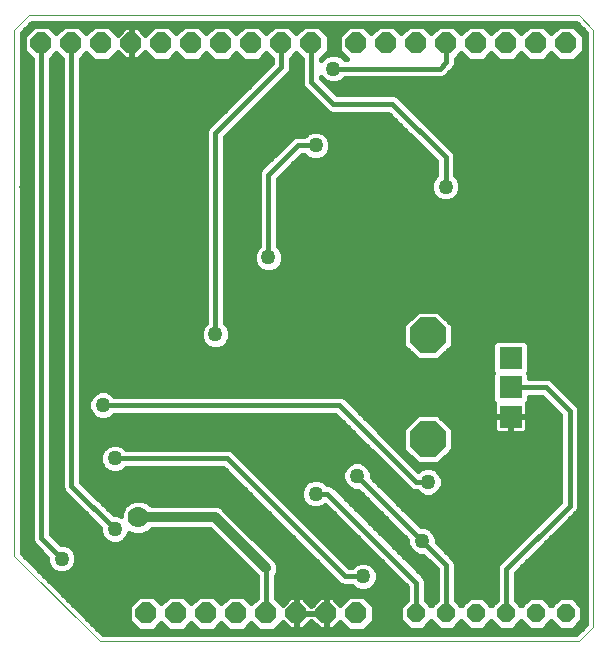
<source format=gbl>
G75*
%MOIN*%
%OFA0B0*%
%FSLAX25Y25*%
%IPPOS*%
%LPD*%
%AMOC8*
5,1,8,0,0,1.08239X$1,22.5*
%
%ADD10C,0.00004*%
%ADD11R,0.07400X0.07400*%
%ADD12OC8,0.11811*%
%ADD13OC8,0.07000*%
%ADD14OC8,0.06000*%
%ADD15C,0.01600*%
%ADD16C,0.05000*%
%ADD17C,0.04528*%
%ADD18C,0.03200*%
%ADD19C,0.07000*%
D10*
X0008874Y0037220D02*
X0037220Y0008874D01*
X0197063Y0008874D01*
X0201787Y0013598D01*
X0201787Y0212811D01*
X0197063Y0217535D01*
X0013598Y0217535D01*
X0008874Y0212811D01*
X0008874Y0037220D01*
D11*
X0174228Y0083677D03*
X0174228Y0093520D03*
X0174228Y0103362D03*
D12*
X0146669Y0110843D03*
X0146669Y0076197D03*
D13*
X0122811Y0018205D03*
X0112811Y0018205D03*
X0102811Y0018205D03*
X0092811Y0018205D03*
X0082811Y0018205D03*
X0072811Y0018205D03*
X0062811Y0018205D03*
X0052811Y0018205D03*
X0047850Y0208205D03*
X0037850Y0208205D03*
X0027850Y0208205D03*
X0017850Y0208205D03*
X0057850Y0208205D03*
X0067850Y0208205D03*
X0077850Y0208205D03*
X0087850Y0208205D03*
X0097850Y0208205D03*
X0107850Y0208205D03*
X0122850Y0208205D03*
X0132850Y0208205D03*
X0142850Y0208205D03*
X0152850Y0208205D03*
X0162850Y0208205D03*
X0172850Y0208205D03*
X0182850Y0208205D03*
X0192850Y0208205D03*
D14*
X0192811Y0018205D03*
X0182811Y0018205D03*
X0172811Y0018205D03*
X0162811Y0018205D03*
X0152811Y0018205D03*
X0142811Y0018205D03*
D15*
X0089631Y0024327D02*
X0025164Y0024327D01*
X0026762Y0022729D02*
X0048991Y0022729D01*
X0050367Y0024105D02*
X0046911Y0020649D01*
X0046911Y0015761D01*
X0050367Y0012305D01*
X0055255Y0012305D01*
X0057811Y0014861D01*
X0060367Y0012305D01*
X0065255Y0012305D01*
X0067811Y0014861D01*
X0070367Y0012305D01*
X0075255Y0012305D01*
X0077811Y0014861D01*
X0080367Y0012305D01*
X0085255Y0012305D01*
X0087811Y0014861D01*
X0090367Y0012305D01*
X0095255Y0012305D01*
X0098235Y0015285D01*
X0100616Y0012905D01*
X0102611Y0012905D01*
X0102611Y0018005D01*
X0103011Y0018005D01*
X0103011Y0018405D01*
X0102611Y0018405D01*
X0102611Y0023505D01*
X0100616Y0023505D01*
X0098235Y0021124D01*
X0096031Y0023329D01*
X0096031Y0030728D01*
X0096222Y0030919D01*
X0096831Y0032389D01*
X0096831Y0033981D01*
X0096222Y0035451D01*
X0079194Y0052478D01*
X0078069Y0053604D01*
X0076599Y0054213D01*
X0054556Y0054213D01*
X0053555Y0055214D01*
X0051386Y0056113D01*
X0049039Y0056113D01*
X0046871Y0055214D01*
X0045211Y0053555D01*
X0044313Y0051386D01*
X0044313Y0050762D01*
X0043313Y0051176D01*
X0041964Y0051176D01*
X0031050Y0062089D01*
X0031050Y0203061D01*
X0032850Y0204861D01*
X0035407Y0202305D01*
X0040294Y0202305D01*
X0043275Y0205285D01*
X0045655Y0202905D01*
X0047650Y0202905D01*
X0047650Y0208005D01*
X0048050Y0208005D01*
X0048050Y0202905D01*
X0050046Y0202905D01*
X0052426Y0205285D01*
X0055407Y0202305D01*
X0060294Y0202305D01*
X0062850Y0204861D01*
X0065407Y0202305D01*
X0070294Y0202305D01*
X0072850Y0204861D01*
X0075407Y0202305D01*
X0080294Y0202305D01*
X0082850Y0204861D01*
X0085407Y0202305D01*
X0090294Y0202305D01*
X0092850Y0204861D01*
X0094650Y0203061D01*
X0094650Y0201538D01*
X0073990Y0180878D01*
X0073090Y0179978D01*
X0072603Y0178802D01*
X0072603Y0114966D01*
X0071649Y0114012D01*
X0070903Y0112211D01*
X0070903Y0110262D01*
X0071649Y0108461D01*
X0073028Y0107082D01*
X0074828Y0106336D01*
X0076778Y0106336D01*
X0078579Y0107082D01*
X0079957Y0108461D01*
X0080703Y0110262D01*
X0080703Y0112211D01*
X0079957Y0114012D01*
X0079003Y0114966D01*
X0079003Y0176840D01*
X0099663Y0197500D01*
X0100563Y0198400D01*
X0101050Y0199576D01*
X0101050Y0203061D01*
X0102850Y0204861D01*
X0104650Y0203061D01*
X0104650Y0196034D01*
X0104631Y0195987D01*
X0104631Y0194714D01*
X0105118Y0193538D01*
X0106018Y0192638D01*
X0112460Y0186195D01*
X0113361Y0185295D01*
X0114537Y0184808D01*
X0133533Y0184808D01*
X0149375Y0168966D01*
X0149375Y0164178D01*
X0148421Y0163224D01*
X0147675Y0161423D01*
X0147675Y0159474D01*
X0148421Y0157673D01*
X0149799Y0156295D01*
X0151600Y0155549D01*
X0153549Y0155549D01*
X0155350Y0156295D01*
X0156729Y0157673D01*
X0157475Y0159474D01*
X0157475Y0161423D01*
X0156729Y0163224D01*
X0155775Y0164178D01*
X0155775Y0170928D01*
X0155288Y0172104D01*
X0136671Y0190721D01*
X0135495Y0191208D01*
X0116499Y0191208D01*
X0111050Y0196656D01*
X0111050Y0197012D01*
X0112398Y0195665D01*
X0114199Y0194919D01*
X0116148Y0194919D01*
X0117949Y0195665D01*
X0118903Y0196619D01*
X0151243Y0196619D01*
X0152419Y0197106D01*
X0153319Y0198006D01*
X0155563Y0200250D01*
X0156050Y0201426D01*
X0156050Y0203061D01*
X0157850Y0204861D01*
X0160407Y0202305D01*
X0165294Y0202305D01*
X0167850Y0204861D01*
X0170407Y0202305D01*
X0175294Y0202305D01*
X0177850Y0204861D01*
X0180407Y0202305D01*
X0185294Y0202305D01*
X0187850Y0204861D01*
X0190407Y0202305D01*
X0195294Y0202305D01*
X0198750Y0205761D01*
X0198750Y0210649D01*
X0195294Y0214105D01*
X0190407Y0214105D01*
X0187850Y0211549D01*
X0185294Y0214105D01*
X0180407Y0214105D01*
X0177850Y0211549D01*
X0175294Y0214105D01*
X0170407Y0214105D01*
X0167850Y0211549D01*
X0165294Y0214105D01*
X0160407Y0214105D01*
X0157850Y0211549D01*
X0155294Y0214105D01*
X0150407Y0214105D01*
X0147850Y0211549D01*
X0145294Y0214105D01*
X0140407Y0214105D01*
X0137850Y0211549D01*
X0135294Y0214105D01*
X0130407Y0214105D01*
X0127850Y0211549D01*
X0125294Y0214105D01*
X0120407Y0214105D01*
X0116950Y0210649D01*
X0116950Y0205761D01*
X0119692Y0203019D01*
X0118903Y0203019D01*
X0117949Y0203973D01*
X0116148Y0204719D01*
X0114199Y0204719D01*
X0112398Y0203973D01*
X0111050Y0202626D01*
X0111050Y0203061D01*
X0113750Y0205761D01*
X0113750Y0210649D01*
X0110294Y0214105D01*
X0105407Y0214105D01*
X0102850Y0211549D01*
X0100294Y0214105D01*
X0095407Y0214105D01*
X0092850Y0211549D01*
X0090294Y0214105D01*
X0085407Y0214105D01*
X0082850Y0211549D01*
X0080294Y0214105D01*
X0075407Y0214105D01*
X0072850Y0211549D01*
X0070294Y0214105D01*
X0065407Y0214105D01*
X0062850Y0211549D01*
X0060294Y0214105D01*
X0055407Y0214105D01*
X0052426Y0211124D01*
X0050046Y0213505D01*
X0048050Y0213505D01*
X0048050Y0208405D01*
X0047650Y0208405D01*
X0047650Y0213505D01*
X0045655Y0213505D01*
X0043275Y0211124D01*
X0040294Y0214105D01*
X0035407Y0214105D01*
X0032850Y0211549D01*
X0030294Y0214105D01*
X0025407Y0214105D01*
X0022850Y0211549D01*
X0020294Y0214105D01*
X0015407Y0214105D01*
X0011950Y0210649D01*
X0011950Y0205761D01*
X0014650Y0203061D01*
X0014650Y0043908D01*
X0014631Y0043861D01*
X0014631Y0042588D01*
X0015118Y0041412D01*
X0016018Y0040512D01*
X0019722Y0036808D01*
X0019722Y0035458D01*
X0020468Y0033657D01*
X0021846Y0032279D01*
X0023647Y0031533D01*
X0025597Y0031533D01*
X0027398Y0032279D01*
X0028776Y0033657D01*
X0029522Y0035458D01*
X0029522Y0037408D01*
X0028776Y0039209D01*
X0027398Y0040587D01*
X0025597Y0041333D01*
X0024248Y0041333D01*
X0021050Y0044530D01*
X0021050Y0203061D01*
X0022850Y0204861D01*
X0024650Y0203061D01*
X0024650Y0061467D01*
X0024631Y0061420D01*
X0024631Y0060147D01*
X0025118Y0058971D01*
X0026018Y0058071D01*
X0037439Y0046650D01*
X0037439Y0045301D01*
X0038185Y0043500D01*
X0039563Y0042122D01*
X0041364Y0041376D01*
X0043313Y0041376D01*
X0045114Y0042122D01*
X0046493Y0043500D01*
X0047153Y0045094D01*
X0049039Y0044313D01*
X0051386Y0044313D01*
X0053555Y0045211D01*
X0054556Y0046213D01*
X0074146Y0046213D01*
X0089631Y0030728D01*
X0089631Y0023368D01*
X0087811Y0021549D01*
X0085255Y0024105D01*
X0080367Y0024105D01*
X0077811Y0021549D01*
X0075255Y0024105D01*
X0070367Y0024105D01*
X0067811Y0021549D01*
X0065255Y0024105D01*
X0060367Y0024105D01*
X0057811Y0021549D01*
X0055255Y0024105D01*
X0050367Y0024105D01*
X0047393Y0021130D02*
X0028361Y0021130D01*
X0029959Y0019532D02*
X0046911Y0019532D01*
X0046911Y0017933D02*
X0031558Y0017933D01*
X0033156Y0016335D02*
X0046911Y0016335D01*
X0047935Y0014736D02*
X0034755Y0014736D01*
X0036353Y0013138D02*
X0049534Y0013138D01*
X0056088Y0013138D02*
X0059534Y0013138D01*
X0057935Y0014736D02*
X0057687Y0014736D01*
X0056631Y0022729D02*
X0058991Y0022729D01*
X0066631Y0022729D02*
X0068991Y0022729D01*
X0076631Y0022729D02*
X0078991Y0022729D01*
X0086631Y0022729D02*
X0088991Y0022729D01*
X0089631Y0025926D02*
X0023565Y0025926D01*
X0021967Y0027525D02*
X0089631Y0027525D01*
X0089631Y0029123D02*
X0020368Y0029123D01*
X0018770Y0030722D02*
X0089631Y0030722D01*
X0088039Y0032320D02*
X0027439Y0032320D01*
X0028884Y0033919D02*
X0086440Y0033919D01*
X0084842Y0035517D02*
X0029522Y0035517D01*
X0029522Y0037116D02*
X0083243Y0037116D01*
X0081645Y0038714D02*
X0028981Y0038714D01*
X0027672Y0040313D02*
X0080046Y0040313D01*
X0078448Y0041911D02*
X0044606Y0041911D01*
X0046497Y0043510D02*
X0076849Y0043510D01*
X0075251Y0045108D02*
X0053307Y0045108D01*
X0044361Y0051502D02*
X0041637Y0051502D01*
X0040039Y0053101D02*
X0045023Y0053101D01*
X0046355Y0054699D02*
X0038440Y0054699D01*
X0036842Y0056298D02*
X0088815Y0056298D01*
X0090413Y0054699D02*
X0054070Y0054699D01*
X0045114Y0065744D02*
X0046068Y0066698D01*
X0078415Y0066698D01*
X0116397Y0028715D01*
X0117298Y0027815D01*
X0118474Y0027328D01*
X0121286Y0027328D01*
X0122240Y0026374D01*
X0124041Y0025628D01*
X0125990Y0025628D01*
X0127791Y0026374D01*
X0129170Y0027752D01*
X0129916Y0029553D01*
X0129916Y0031502D01*
X0129170Y0033303D01*
X0127791Y0034682D01*
X0125990Y0035428D01*
X0124041Y0035428D01*
X0122240Y0034682D01*
X0121286Y0033728D01*
X0120436Y0033728D01*
X0082453Y0071710D01*
X0081553Y0072610D01*
X0080377Y0073098D01*
X0046068Y0073098D01*
X0045114Y0074052D01*
X0043313Y0074798D01*
X0041364Y0074798D01*
X0039563Y0074052D01*
X0038185Y0072673D01*
X0037439Y0070872D01*
X0037439Y0068923D01*
X0038185Y0067122D01*
X0039563Y0065744D01*
X0041364Y0064998D01*
X0043313Y0064998D01*
X0045114Y0065744D01*
X0045259Y0065889D02*
X0079224Y0065889D01*
X0080822Y0064290D02*
X0031050Y0064290D01*
X0031050Y0062692D02*
X0082421Y0062692D01*
X0084019Y0061093D02*
X0032046Y0061093D01*
X0033645Y0059495D02*
X0085618Y0059495D01*
X0087216Y0057896D02*
X0035243Y0057896D01*
X0030988Y0053101D02*
X0021050Y0053101D01*
X0021050Y0054699D02*
X0029389Y0054699D01*
X0027791Y0056298D02*
X0021050Y0056298D01*
X0021050Y0057896D02*
X0026192Y0057896D01*
X0026018Y0058071D02*
X0026018Y0058071D01*
X0024901Y0059495D02*
X0021050Y0059495D01*
X0021050Y0061093D02*
X0024631Y0061093D01*
X0024650Y0062692D02*
X0021050Y0062692D01*
X0021050Y0064290D02*
X0024650Y0064290D01*
X0024650Y0065889D02*
X0021050Y0065889D01*
X0021050Y0067487D02*
X0024650Y0067487D01*
X0024650Y0069086D02*
X0021050Y0069086D01*
X0021050Y0070684D02*
X0024650Y0070684D01*
X0024650Y0072283D02*
X0021050Y0072283D01*
X0021050Y0073881D02*
X0024650Y0073881D01*
X0024650Y0075480D02*
X0021050Y0075480D01*
X0021050Y0077078D02*
X0024650Y0077078D01*
X0024650Y0078677D02*
X0021050Y0078677D01*
X0021050Y0080275D02*
X0024650Y0080275D01*
X0024650Y0081874D02*
X0021050Y0081874D01*
X0021050Y0083472D02*
X0024650Y0083472D01*
X0024650Y0085071D02*
X0021050Y0085071D01*
X0021050Y0086669D02*
X0024650Y0086669D01*
X0024650Y0088268D02*
X0021050Y0088268D01*
X0021050Y0089866D02*
X0024650Y0089866D01*
X0024650Y0091465D02*
X0021050Y0091465D01*
X0021050Y0093063D02*
X0024650Y0093063D01*
X0024650Y0094662D02*
X0021050Y0094662D01*
X0021050Y0096260D02*
X0024650Y0096260D01*
X0024650Y0097859D02*
X0021050Y0097859D01*
X0021050Y0099458D02*
X0024650Y0099458D01*
X0024650Y0101056D02*
X0021050Y0101056D01*
X0021050Y0102655D02*
X0024650Y0102655D01*
X0024650Y0104253D02*
X0021050Y0104253D01*
X0021050Y0105852D02*
X0024650Y0105852D01*
X0024650Y0107450D02*
X0021050Y0107450D01*
X0021050Y0109049D02*
X0024650Y0109049D01*
X0024650Y0110647D02*
X0021050Y0110647D01*
X0021050Y0112246D02*
X0024650Y0112246D01*
X0024650Y0113844D02*
X0021050Y0113844D01*
X0021050Y0115443D02*
X0024650Y0115443D01*
X0024650Y0117041D02*
X0021050Y0117041D01*
X0021050Y0118640D02*
X0024650Y0118640D01*
X0024650Y0120238D02*
X0021050Y0120238D01*
X0021050Y0121837D02*
X0024650Y0121837D01*
X0024650Y0123435D02*
X0021050Y0123435D01*
X0021050Y0125034D02*
X0024650Y0125034D01*
X0024650Y0126632D02*
X0021050Y0126632D01*
X0021050Y0128231D02*
X0024650Y0128231D01*
X0024650Y0129829D02*
X0021050Y0129829D01*
X0021050Y0131428D02*
X0024650Y0131428D01*
X0024650Y0133026D02*
X0021050Y0133026D01*
X0021050Y0134625D02*
X0024650Y0134625D01*
X0024650Y0136223D02*
X0021050Y0136223D01*
X0021050Y0137822D02*
X0024650Y0137822D01*
X0024650Y0139420D02*
X0021050Y0139420D01*
X0021050Y0141019D02*
X0024650Y0141019D01*
X0024650Y0142617D02*
X0021050Y0142617D01*
X0021050Y0144216D02*
X0024650Y0144216D01*
X0024650Y0145814D02*
X0021050Y0145814D01*
X0021050Y0147413D02*
X0024650Y0147413D01*
X0024650Y0149011D02*
X0021050Y0149011D01*
X0021050Y0150610D02*
X0024650Y0150610D01*
X0024650Y0152208D02*
X0021050Y0152208D01*
X0021050Y0153807D02*
X0024650Y0153807D01*
X0024650Y0155405D02*
X0021050Y0155405D01*
X0021050Y0157004D02*
X0024650Y0157004D01*
X0024650Y0158602D02*
X0021050Y0158602D01*
X0021050Y0160201D02*
X0024650Y0160201D01*
X0024650Y0161799D02*
X0021050Y0161799D01*
X0021050Y0163398D02*
X0024650Y0163398D01*
X0024650Y0164996D02*
X0021050Y0164996D01*
X0021050Y0166595D02*
X0024650Y0166595D01*
X0024650Y0168194D02*
X0021050Y0168194D01*
X0021050Y0169792D02*
X0024650Y0169792D01*
X0024650Y0171391D02*
X0021050Y0171391D01*
X0021050Y0172989D02*
X0024650Y0172989D01*
X0024650Y0174588D02*
X0021050Y0174588D01*
X0021050Y0176186D02*
X0024650Y0176186D01*
X0024650Y0177785D02*
X0021050Y0177785D01*
X0021050Y0179383D02*
X0024650Y0179383D01*
X0024650Y0180982D02*
X0021050Y0180982D01*
X0021050Y0182580D02*
X0024650Y0182580D01*
X0024650Y0184179D02*
X0021050Y0184179D01*
X0021050Y0185777D02*
X0024650Y0185777D01*
X0024650Y0187376D02*
X0021050Y0187376D01*
X0021050Y0188974D02*
X0024650Y0188974D01*
X0024650Y0190573D02*
X0021050Y0190573D01*
X0021050Y0192171D02*
X0024650Y0192171D01*
X0024650Y0193770D02*
X0021050Y0193770D01*
X0021050Y0195368D02*
X0024650Y0195368D01*
X0024650Y0196967D02*
X0021050Y0196967D01*
X0021050Y0198565D02*
X0024650Y0198565D01*
X0024650Y0200164D02*
X0021050Y0200164D01*
X0021050Y0201762D02*
X0024650Y0201762D01*
X0024351Y0203361D02*
X0021350Y0203361D01*
X0017850Y0208205D02*
X0017850Y0043244D01*
X0017831Y0043224D01*
X0024622Y0036433D01*
X0020360Y0033919D02*
X0015573Y0033919D01*
X0013974Y0035517D02*
X0019722Y0035517D01*
X0019414Y0037116D02*
X0012376Y0037116D01*
X0011276Y0038215D02*
X0011276Y0211816D01*
X0014593Y0215133D01*
X0196068Y0215133D01*
X0199385Y0211816D01*
X0199385Y0014593D01*
X0196068Y0011276D01*
X0038215Y0011276D01*
X0011276Y0038215D01*
X0011276Y0038714D02*
X0017816Y0038714D01*
X0016217Y0040313D02*
X0011276Y0040313D01*
X0011276Y0041911D02*
X0014911Y0041911D01*
X0014631Y0043510D02*
X0011276Y0043510D01*
X0011276Y0045108D02*
X0014650Y0045108D01*
X0014650Y0046707D02*
X0011276Y0046707D01*
X0011276Y0048305D02*
X0014650Y0048305D01*
X0014650Y0049904D02*
X0011276Y0049904D01*
X0011276Y0051502D02*
X0014650Y0051502D01*
X0014650Y0053101D02*
X0011276Y0053101D01*
X0011276Y0054699D02*
X0014650Y0054699D01*
X0014650Y0056298D02*
X0011276Y0056298D01*
X0011276Y0057896D02*
X0014650Y0057896D01*
X0014650Y0059495D02*
X0011276Y0059495D01*
X0011276Y0061093D02*
X0014650Y0061093D01*
X0014650Y0062692D02*
X0011276Y0062692D01*
X0011276Y0064290D02*
X0014650Y0064290D01*
X0014650Y0065889D02*
X0011276Y0065889D01*
X0011276Y0067487D02*
X0014650Y0067487D01*
X0014650Y0069086D02*
X0011276Y0069086D01*
X0011276Y0070684D02*
X0014650Y0070684D01*
X0014650Y0072283D02*
X0011276Y0072283D01*
X0011276Y0073881D02*
X0014650Y0073881D01*
X0014650Y0075480D02*
X0011276Y0075480D01*
X0011276Y0077078D02*
X0014650Y0077078D01*
X0014650Y0078677D02*
X0011276Y0078677D01*
X0011276Y0080275D02*
X0014650Y0080275D01*
X0014650Y0081874D02*
X0011276Y0081874D01*
X0011276Y0083472D02*
X0014650Y0083472D01*
X0014650Y0085071D02*
X0011276Y0085071D01*
X0011276Y0086669D02*
X0014650Y0086669D01*
X0014650Y0088268D02*
X0011276Y0088268D01*
X0011276Y0089866D02*
X0014650Y0089866D01*
X0014650Y0091465D02*
X0011276Y0091465D01*
X0011276Y0093063D02*
X0014650Y0093063D01*
X0014650Y0094662D02*
X0011276Y0094662D01*
X0011276Y0096260D02*
X0014650Y0096260D01*
X0014650Y0097859D02*
X0011276Y0097859D01*
X0011276Y0099458D02*
X0014650Y0099458D01*
X0014650Y0101056D02*
X0011276Y0101056D01*
X0011276Y0102655D02*
X0014650Y0102655D01*
X0014650Y0104253D02*
X0011276Y0104253D01*
X0011276Y0105852D02*
X0014650Y0105852D01*
X0014650Y0107450D02*
X0011276Y0107450D01*
X0011276Y0109049D02*
X0014650Y0109049D01*
X0014650Y0110647D02*
X0011276Y0110647D01*
X0011276Y0112246D02*
X0014650Y0112246D01*
X0014650Y0113844D02*
X0011276Y0113844D01*
X0011276Y0115443D02*
X0014650Y0115443D01*
X0014650Y0117041D02*
X0011276Y0117041D01*
X0011276Y0118640D02*
X0014650Y0118640D01*
X0014650Y0120238D02*
X0011276Y0120238D01*
X0011276Y0121837D02*
X0014650Y0121837D01*
X0014650Y0123435D02*
X0011276Y0123435D01*
X0011276Y0125034D02*
X0014650Y0125034D01*
X0014650Y0126632D02*
X0011276Y0126632D01*
X0011276Y0128231D02*
X0014650Y0128231D01*
X0014650Y0129829D02*
X0011276Y0129829D01*
X0011276Y0131428D02*
X0014650Y0131428D01*
X0014650Y0133026D02*
X0011276Y0133026D01*
X0011276Y0134625D02*
X0014650Y0134625D01*
X0014650Y0136223D02*
X0011276Y0136223D01*
X0011276Y0137822D02*
X0014650Y0137822D01*
X0014650Y0139420D02*
X0011276Y0139420D01*
X0011276Y0141019D02*
X0014650Y0141019D01*
X0014650Y0142617D02*
X0011276Y0142617D01*
X0011276Y0144216D02*
X0014650Y0144216D01*
X0014650Y0145814D02*
X0011276Y0145814D01*
X0011276Y0147413D02*
X0014650Y0147413D01*
X0014650Y0149011D02*
X0011276Y0149011D01*
X0011276Y0150610D02*
X0014650Y0150610D01*
X0014650Y0152208D02*
X0011276Y0152208D01*
X0011276Y0153807D02*
X0014650Y0153807D01*
X0014650Y0155405D02*
X0011276Y0155405D01*
X0011276Y0157004D02*
X0014650Y0157004D01*
X0014650Y0158602D02*
X0011276Y0158602D01*
X0011276Y0160201D02*
X0014650Y0160201D01*
X0014650Y0161799D02*
X0011276Y0161799D01*
X0011276Y0163398D02*
X0014650Y0163398D01*
X0014650Y0164996D02*
X0011276Y0164996D01*
X0011276Y0166595D02*
X0014650Y0166595D01*
X0014650Y0168194D02*
X0011276Y0168194D01*
X0011276Y0169792D02*
X0014650Y0169792D01*
X0014650Y0171391D02*
X0011276Y0171391D01*
X0011276Y0172989D02*
X0014650Y0172989D01*
X0014650Y0174588D02*
X0011276Y0174588D01*
X0011276Y0176186D02*
X0014650Y0176186D01*
X0014650Y0177785D02*
X0011276Y0177785D01*
X0011276Y0179383D02*
X0014650Y0179383D01*
X0014650Y0180982D02*
X0011276Y0180982D01*
X0011276Y0182580D02*
X0014650Y0182580D01*
X0014650Y0184179D02*
X0011276Y0184179D01*
X0011276Y0185777D02*
X0014650Y0185777D01*
X0014650Y0187376D02*
X0011276Y0187376D01*
X0011276Y0188974D02*
X0014650Y0188974D01*
X0014650Y0190573D02*
X0011276Y0190573D01*
X0011276Y0192171D02*
X0014650Y0192171D01*
X0014650Y0193770D02*
X0011276Y0193770D01*
X0011276Y0195368D02*
X0014650Y0195368D01*
X0014650Y0196967D02*
X0011276Y0196967D01*
X0011276Y0198565D02*
X0014650Y0198565D01*
X0014650Y0200164D02*
X0011276Y0200164D01*
X0011276Y0201762D02*
X0014650Y0201762D01*
X0014351Y0203361D02*
X0011276Y0203361D01*
X0011276Y0204959D02*
X0012752Y0204959D01*
X0011950Y0206558D02*
X0011276Y0206558D01*
X0011276Y0208156D02*
X0011950Y0208156D01*
X0011950Y0209755D02*
X0011276Y0209755D01*
X0011276Y0211353D02*
X0012655Y0211353D01*
X0012412Y0212952D02*
X0014254Y0212952D01*
X0014010Y0214550D02*
X0196651Y0214550D01*
X0196447Y0212952D02*
X0198250Y0212952D01*
X0198046Y0211353D02*
X0199385Y0211353D01*
X0199385Y0209755D02*
X0198750Y0209755D01*
X0198750Y0208156D02*
X0199385Y0208156D01*
X0199385Y0206558D02*
X0198750Y0206558D01*
X0199385Y0204959D02*
X0197949Y0204959D01*
X0199385Y0203361D02*
X0196350Y0203361D01*
X0199385Y0201762D02*
X0156050Y0201762D01*
X0156350Y0203361D02*
X0159351Y0203361D01*
X0155477Y0200164D02*
X0199385Y0200164D01*
X0199385Y0198565D02*
X0153878Y0198565D01*
X0152083Y0196967D02*
X0199385Y0196967D01*
X0199385Y0195368D02*
X0117233Y0195368D01*
X0113937Y0193770D02*
X0199385Y0193770D01*
X0199385Y0192171D02*
X0115535Y0192171D01*
X0115173Y0188008D02*
X0134858Y0188008D01*
X0152575Y0170291D01*
X0152575Y0160449D01*
X0157114Y0158602D02*
X0199385Y0158602D01*
X0199385Y0157004D02*
X0156060Y0157004D01*
X0157475Y0160201D02*
X0199385Y0160201D01*
X0199385Y0161799D02*
X0157319Y0161799D01*
X0156555Y0163398D02*
X0199385Y0163398D01*
X0199385Y0164996D02*
X0155775Y0164996D01*
X0155775Y0166595D02*
X0199385Y0166595D01*
X0199385Y0168194D02*
X0155775Y0168194D01*
X0155775Y0169792D02*
X0199385Y0169792D01*
X0199385Y0171391D02*
X0155583Y0171391D01*
X0154403Y0172989D02*
X0199385Y0172989D01*
X0199385Y0174588D02*
X0152804Y0174588D01*
X0151206Y0176186D02*
X0199385Y0176186D01*
X0199385Y0177785D02*
X0149607Y0177785D01*
X0148009Y0179383D02*
X0199385Y0179383D01*
X0199385Y0180982D02*
X0146410Y0180982D01*
X0144812Y0182580D02*
X0199385Y0182580D01*
X0199385Y0184179D02*
X0143213Y0184179D01*
X0141614Y0185777D02*
X0199385Y0185777D01*
X0199385Y0187376D02*
X0140016Y0187376D01*
X0138417Y0188974D02*
X0199385Y0188974D01*
X0199385Y0190573D02*
X0136819Y0190573D01*
X0134162Y0184179D02*
X0086342Y0184179D01*
X0087940Y0185777D02*
X0112878Y0185777D01*
X0111280Y0187376D02*
X0089539Y0187376D01*
X0091137Y0188974D02*
X0109681Y0188974D01*
X0108083Y0190573D02*
X0092736Y0190573D01*
X0094334Y0192171D02*
X0106484Y0192171D01*
X0105022Y0193770D02*
X0095933Y0193770D01*
X0097531Y0195368D02*
X0104631Y0195368D01*
X0104650Y0196967D02*
X0099130Y0196967D01*
X0100632Y0198565D02*
X0104650Y0198565D01*
X0104650Y0200164D02*
X0101050Y0200164D01*
X0101050Y0201762D02*
X0104650Y0201762D01*
X0104351Y0203361D02*
X0101350Y0203361D01*
X0097850Y0200213D02*
X0097850Y0208205D01*
X0094351Y0203361D02*
X0091350Y0203361D01*
X0094650Y0201762D02*
X0031050Y0201762D01*
X0031050Y0200164D02*
X0093276Y0200164D01*
X0091678Y0198565D02*
X0031050Y0198565D01*
X0031050Y0196967D02*
X0090079Y0196967D01*
X0088481Y0195368D02*
X0031050Y0195368D01*
X0031050Y0193770D02*
X0086882Y0193770D01*
X0085283Y0192171D02*
X0031050Y0192171D01*
X0031050Y0190573D02*
X0083685Y0190573D01*
X0082086Y0188974D02*
X0031050Y0188974D01*
X0031050Y0187376D02*
X0080488Y0187376D01*
X0078889Y0185777D02*
X0031050Y0185777D01*
X0031050Y0184179D02*
X0077291Y0184179D01*
X0075692Y0182580D02*
X0031050Y0182580D01*
X0031050Y0180982D02*
X0074094Y0180982D01*
X0072844Y0179383D02*
X0031050Y0179383D01*
X0031050Y0177785D02*
X0072603Y0177785D01*
X0072603Y0176186D02*
X0031050Y0176186D01*
X0031050Y0174588D02*
X0072603Y0174588D01*
X0072603Y0172989D02*
X0031050Y0172989D01*
X0031050Y0171391D02*
X0072603Y0171391D01*
X0072603Y0169792D02*
X0031050Y0169792D01*
X0031050Y0168194D02*
X0072603Y0168194D01*
X0072603Y0166595D02*
X0031050Y0166595D01*
X0031050Y0164996D02*
X0072603Y0164996D01*
X0072603Y0163398D02*
X0031050Y0163398D01*
X0031050Y0161799D02*
X0072603Y0161799D01*
X0072603Y0160201D02*
X0031050Y0160201D01*
X0031050Y0158602D02*
X0072603Y0158602D01*
X0072603Y0157004D02*
X0031050Y0157004D01*
X0031050Y0155405D02*
X0072603Y0155405D01*
X0072603Y0153807D02*
X0031050Y0153807D01*
X0031050Y0152208D02*
X0072603Y0152208D01*
X0072603Y0150610D02*
X0031050Y0150610D01*
X0031050Y0149011D02*
X0072603Y0149011D01*
X0072603Y0147413D02*
X0031050Y0147413D01*
X0031050Y0145814D02*
X0072603Y0145814D01*
X0072603Y0144216D02*
X0031050Y0144216D01*
X0031050Y0142617D02*
X0072603Y0142617D01*
X0072603Y0141019D02*
X0031050Y0141019D01*
X0031050Y0139420D02*
X0072603Y0139420D01*
X0072603Y0137822D02*
X0031050Y0137822D01*
X0031050Y0136223D02*
X0072603Y0136223D01*
X0072603Y0134625D02*
X0031050Y0134625D01*
X0031050Y0133026D02*
X0072603Y0133026D01*
X0072603Y0131428D02*
X0031050Y0131428D01*
X0031050Y0129829D02*
X0072603Y0129829D01*
X0072603Y0128231D02*
X0031050Y0128231D01*
X0031050Y0126632D02*
X0072603Y0126632D01*
X0072603Y0125034D02*
X0031050Y0125034D01*
X0031050Y0123435D02*
X0072603Y0123435D01*
X0072603Y0121837D02*
X0031050Y0121837D01*
X0031050Y0120238D02*
X0072603Y0120238D01*
X0072603Y0118640D02*
X0031050Y0118640D01*
X0031050Y0117041D02*
X0072603Y0117041D01*
X0072603Y0115443D02*
X0031050Y0115443D01*
X0031050Y0113844D02*
X0071580Y0113844D01*
X0070918Y0112246D02*
X0031050Y0112246D01*
X0031050Y0110647D02*
X0070903Y0110647D01*
X0071406Y0109049D02*
X0031050Y0109049D01*
X0031050Y0107450D02*
X0072660Y0107450D01*
X0075803Y0111236D02*
X0075803Y0178165D01*
X0097850Y0200213D01*
X0107831Y0195350D02*
X0107850Y0195370D01*
X0107850Y0208205D01*
X0113750Y0208156D02*
X0116950Y0208156D01*
X0116950Y0206558D02*
X0113750Y0206558D01*
X0112949Y0204959D02*
X0117752Y0204959D01*
X0118561Y0203361D02*
X0119351Y0203361D01*
X0115173Y0199819D02*
X0150606Y0199819D01*
X0152850Y0202063D01*
X0152850Y0208205D01*
X0149254Y0212952D02*
X0146447Y0212952D01*
X0139254Y0212952D02*
X0136447Y0212952D01*
X0129254Y0212952D02*
X0126447Y0212952D01*
X0119254Y0212952D02*
X0111447Y0212952D01*
X0113046Y0211353D02*
X0117655Y0211353D01*
X0116950Y0209755D02*
X0113750Y0209755D01*
X0111785Y0203361D02*
X0111350Y0203361D01*
X0111096Y0196967D02*
X0111050Y0196967D01*
X0112338Y0195368D02*
X0113114Y0195368D01*
X0107831Y0195350D02*
X0115173Y0188008D01*
X0112043Y0178382D02*
X0110242Y0179128D01*
X0108293Y0179128D01*
X0106492Y0178382D01*
X0105538Y0177428D01*
X0102726Y0177428D01*
X0101550Y0176941D01*
X0100649Y0176041D01*
X0090807Y0166198D01*
X0090320Y0165022D01*
X0090320Y0140556D01*
X0089366Y0139602D01*
X0088620Y0137801D01*
X0088620Y0135852D01*
X0089366Y0134051D01*
X0090744Y0132673D01*
X0092545Y0131927D01*
X0094494Y0131927D01*
X0096295Y0132673D01*
X0097674Y0134051D01*
X0098420Y0135852D01*
X0098420Y0137801D01*
X0097674Y0139602D01*
X0096720Y0140556D01*
X0096720Y0163060D01*
X0104688Y0171028D01*
X0105538Y0171028D01*
X0106492Y0170074D01*
X0108293Y0169328D01*
X0110242Y0169328D01*
X0112043Y0170074D01*
X0113422Y0171453D01*
X0114168Y0173254D01*
X0114168Y0175203D01*
X0113422Y0177004D01*
X0112043Y0178382D01*
X0112641Y0177785D02*
X0140556Y0177785D01*
X0138958Y0179383D02*
X0081546Y0179383D01*
X0079948Y0177785D02*
X0105894Y0177785D01*
X0103362Y0174228D02*
X0109268Y0174228D01*
X0111362Y0169792D02*
X0148549Y0169792D01*
X0149375Y0168194D02*
X0101853Y0168194D01*
X0103451Y0169792D02*
X0107174Y0169792D01*
X0103362Y0174228D02*
X0093520Y0164386D01*
X0093520Y0136827D01*
X0097911Y0134625D02*
X0199385Y0134625D01*
X0199385Y0136223D02*
X0098420Y0136223D01*
X0098411Y0137822D02*
X0199385Y0137822D01*
X0199385Y0139420D02*
X0097749Y0139420D01*
X0096720Y0141019D02*
X0199385Y0141019D01*
X0199385Y0142617D02*
X0096720Y0142617D01*
X0096720Y0144216D02*
X0199385Y0144216D01*
X0199385Y0145814D02*
X0096720Y0145814D01*
X0096720Y0147413D02*
X0199385Y0147413D01*
X0199385Y0149011D02*
X0096720Y0149011D01*
X0096720Y0150610D02*
X0199385Y0150610D01*
X0199385Y0152208D02*
X0096720Y0152208D01*
X0096720Y0153807D02*
X0199385Y0153807D01*
X0199385Y0155405D02*
X0096720Y0155405D01*
X0096720Y0157004D02*
X0149090Y0157004D01*
X0148036Y0158602D02*
X0096720Y0158602D01*
X0096720Y0160201D02*
X0147675Y0160201D01*
X0147831Y0161799D02*
X0096720Y0161799D01*
X0097057Y0163398D02*
X0148594Y0163398D01*
X0149375Y0164996D02*
X0098656Y0164996D01*
X0100254Y0166595D02*
X0149375Y0166595D01*
X0146950Y0171391D02*
X0113360Y0171391D01*
X0114058Y0172989D02*
X0145352Y0172989D01*
X0143753Y0174588D02*
X0114168Y0174588D01*
X0113761Y0176186D02*
X0142155Y0176186D01*
X0137359Y0180982D02*
X0083145Y0180982D01*
X0084743Y0182580D02*
X0135761Y0182580D01*
X0156447Y0212952D02*
X0159254Y0212952D01*
X0166447Y0212952D02*
X0169254Y0212952D01*
X0176447Y0212952D02*
X0179254Y0212952D01*
X0186447Y0212952D02*
X0189254Y0212952D01*
X0189351Y0203361D02*
X0186350Y0203361D01*
X0179351Y0203361D02*
X0176350Y0203361D01*
X0169351Y0203361D02*
X0166350Y0203361D01*
X0104254Y0212952D02*
X0101447Y0212952D01*
X0094254Y0212952D02*
X0091447Y0212952D01*
X0084254Y0212952D02*
X0081447Y0212952D01*
X0074254Y0212952D02*
X0071447Y0212952D01*
X0064254Y0212952D02*
X0061447Y0212952D01*
X0054254Y0212952D02*
X0050599Y0212952D01*
X0052197Y0211353D02*
X0052655Y0211353D01*
X0048050Y0211353D02*
X0047650Y0211353D01*
X0047650Y0209755D02*
X0048050Y0209755D01*
X0048050Y0206558D02*
X0047650Y0206558D01*
X0047650Y0204959D02*
X0048050Y0204959D01*
X0048050Y0203361D02*
X0047650Y0203361D01*
X0045199Y0203361D02*
X0041350Y0203361D01*
X0042949Y0204959D02*
X0043601Y0204959D01*
X0043504Y0211353D02*
X0043046Y0211353D01*
X0041447Y0212952D02*
X0045102Y0212952D01*
X0047650Y0212952D02*
X0048050Y0212952D01*
X0052100Y0204959D02*
X0052752Y0204959D01*
X0054351Y0203361D02*
X0050502Y0203361D01*
X0061350Y0203361D02*
X0064351Y0203361D01*
X0071350Y0203361D02*
X0074351Y0203361D01*
X0081350Y0203361D02*
X0084351Y0203361D01*
X0079003Y0176186D02*
X0100794Y0176186D01*
X0099196Y0174588D02*
X0079003Y0174588D01*
X0079003Y0172989D02*
X0097597Y0172989D01*
X0095999Y0171391D02*
X0079003Y0171391D01*
X0079003Y0169792D02*
X0094400Y0169792D01*
X0092802Y0168194D02*
X0079003Y0168194D01*
X0079003Y0166595D02*
X0091203Y0166595D01*
X0090320Y0164996D02*
X0079003Y0164996D01*
X0079003Y0163398D02*
X0090320Y0163398D01*
X0090320Y0161799D02*
X0079003Y0161799D01*
X0079003Y0160201D02*
X0090320Y0160201D01*
X0090320Y0158602D02*
X0079003Y0158602D01*
X0079003Y0157004D02*
X0090320Y0157004D01*
X0090320Y0155405D02*
X0079003Y0155405D01*
X0079003Y0153807D02*
X0090320Y0153807D01*
X0090320Y0152208D02*
X0079003Y0152208D01*
X0079003Y0150610D02*
X0090320Y0150610D01*
X0090320Y0149011D02*
X0079003Y0149011D01*
X0079003Y0147413D02*
X0090320Y0147413D01*
X0090320Y0145814D02*
X0079003Y0145814D01*
X0079003Y0144216D02*
X0090320Y0144216D01*
X0090320Y0142617D02*
X0079003Y0142617D01*
X0079003Y0141019D02*
X0090320Y0141019D01*
X0089290Y0139420D02*
X0079003Y0139420D01*
X0079003Y0137822D02*
X0088628Y0137822D01*
X0088620Y0136223D02*
X0079003Y0136223D01*
X0079003Y0134625D02*
X0089128Y0134625D01*
X0090391Y0133026D02*
X0079003Y0133026D01*
X0079003Y0131428D02*
X0199385Y0131428D01*
X0199385Y0133026D02*
X0096649Y0133026D01*
X0079003Y0129829D02*
X0199385Y0129829D01*
X0199385Y0128231D02*
X0079003Y0128231D01*
X0079003Y0126632D02*
X0199385Y0126632D01*
X0199385Y0125034D02*
X0079003Y0125034D01*
X0079003Y0123435D02*
X0199385Y0123435D01*
X0199385Y0121837D02*
X0079003Y0121837D01*
X0079003Y0120238D02*
X0199385Y0120238D01*
X0199385Y0118640D02*
X0150618Y0118640D01*
X0150110Y0119148D02*
X0143229Y0119148D01*
X0138364Y0114283D01*
X0138364Y0107402D01*
X0143229Y0102537D01*
X0150110Y0102537D01*
X0154975Y0107402D01*
X0154975Y0114283D01*
X0150110Y0119148D01*
X0152216Y0117041D02*
X0199385Y0117041D01*
X0199385Y0115443D02*
X0153815Y0115443D01*
X0154975Y0113844D02*
X0199385Y0113844D01*
X0199385Y0112246D02*
X0154975Y0112246D01*
X0154975Y0110647D02*
X0199385Y0110647D01*
X0199385Y0109049D02*
X0179336Y0109049D01*
X0179288Y0109097D02*
X0178406Y0109462D01*
X0170051Y0109462D01*
X0169169Y0109097D01*
X0168494Y0108422D01*
X0168128Y0107540D01*
X0168128Y0099185D01*
X0168436Y0098441D01*
X0168128Y0097697D01*
X0168128Y0089342D01*
X0168494Y0088460D01*
X0168862Y0088092D01*
X0168851Y0088072D01*
X0168728Y0087614D01*
X0168728Y0083861D01*
X0174044Y0083861D01*
X0174044Y0083493D01*
X0168728Y0083493D01*
X0168728Y0079740D01*
X0168851Y0079282D01*
X0169088Y0078872D01*
X0169423Y0078537D01*
X0169834Y0078300D01*
X0170291Y0078177D01*
X0174044Y0078177D01*
X0174044Y0083493D01*
X0174413Y0083493D01*
X0174413Y0083861D01*
X0179728Y0083861D01*
X0179728Y0087614D01*
X0179606Y0088072D01*
X0179594Y0088092D01*
X0179963Y0088460D01*
X0180328Y0089342D01*
X0180328Y0090320D01*
X0184714Y0090320D01*
X0190713Y0084320D01*
X0190713Y0055475D01*
X0171018Y0035780D01*
X0170118Y0034880D01*
X0169631Y0033703D01*
X0169631Y0022661D01*
X0167811Y0020841D01*
X0165048Y0023605D01*
X0160574Y0023605D01*
X0157811Y0020841D01*
X0156031Y0022622D01*
X0156031Y0034845D01*
X0155544Y0036021D01*
X0154643Y0036921D01*
X0149601Y0041964D01*
X0149601Y0043313D01*
X0148855Y0045114D01*
X0147476Y0046493D01*
X0145675Y0047239D01*
X0144326Y0047239D01*
X0127947Y0063618D01*
X0127947Y0064967D01*
X0127201Y0066768D01*
X0125823Y0068146D01*
X0124022Y0068892D01*
X0122073Y0068892D01*
X0120272Y0068146D01*
X0118893Y0066768D01*
X0118147Y0064967D01*
X0118147Y0063017D01*
X0118893Y0061216D01*
X0120272Y0059838D01*
X0122073Y0059092D01*
X0123422Y0059092D01*
X0139801Y0042713D01*
X0139801Y0041364D01*
X0140547Y0039563D01*
X0141925Y0038185D01*
X0143726Y0037439D01*
X0145075Y0037439D01*
X0149631Y0032883D01*
X0149631Y0022661D01*
X0147811Y0020841D01*
X0146031Y0022622D01*
X0146031Y0029097D01*
X0145544Y0030273D01*
X0144643Y0031173D01*
X0115918Y0059899D01*
X0115017Y0060799D01*
X0113841Y0061287D01*
X0112997Y0061287D01*
X0112043Y0062241D01*
X0110242Y0062987D01*
X0108293Y0062987D01*
X0106492Y0062241D01*
X0105114Y0060862D01*
X0104368Y0059061D01*
X0104368Y0057112D01*
X0105114Y0055311D01*
X0106492Y0053933D01*
X0108293Y0053187D01*
X0110242Y0053187D01*
X0112043Y0053933D01*
X0112438Y0054328D01*
X0139631Y0027135D01*
X0139631Y0022661D01*
X0137411Y0020441D01*
X0137411Y0015968D01*
X0140574Y0012805D01*
X0145048Y0012805D01*
X0147811Y0015568D01*
X0150574Y0012805D01*
X0155048Y0012805D01*
X0157811Y0015568D01*
X0160574Y0012805D01*
X0165048Y0012805D01*
X0167811Y0015568D01*
X0170574Y0012805D01*
X0175048Y0012805D01*
X0177811Y0015568D01*
X0180574Y0012805D01*
X0185048Y0012805D01*
X0187811Y0015568D01*
X0190574Y0012805D01*
X0195048Y0012805D01*
X0198211Y0015968D01*
X0198211Y0020441D01*
X0195048Y0023605D01*
X0190574Y0023605D01*
X0187811Y0020841D01*
X0185048Y0023605D01*
X0180574Y0023605D01*
X0177811Y0020841D01*
X0176031Y0022622D01*
X0176031Y0031741D01*
X0195726Y0051437D01*
X0196626Y0052337D01*
X0197113Y0053513D01*
X0197113Y0086282D01*
X0196626Y0087458D01*
X0188752Y0095332D01*
X0187852Y0096233D01*
X0186676Y0096720D01*
X0180328Y0096720D01*
X0180328Y0097697D01*
X0180020Y0098441D01*
X0180328Y0099185D01*
X0180328Y0107540D01*
X0179963Y0108422D01*
X0179288Y0109097D01*
X0180328Y0107450D02*
X0199385Y0107450D01*
X0199385Y0105852D02*
X0180328Y0105852D01*
X0180328Y0104253D02*
X0199385Y0104253D01*
X0199385Y0102655D02*
X0180328Y0102655D01*
X0180328Y0101056D02*
X0199385Y0101056D01*
X0199385Y0099458D02*
X0180328Y0099458D01*
X0180261Y0097859D02*
X0199385Y0097859D01*
X0199385Y0096260D02*
X0187784Y0096260D01*
X0189423Y0094662D02*
X0199385Y0094662D01*
X0199385Y0093063D02*
X0191021Y0093063D01*
X0192620Y0091465D02*
X0199385Y0091465D01*
X0199385Y0089866D02*
X0194218Y0089866D01*
X0195817Y0088268D02*
X0199385Y0088268D01*
X0199385Y0086669D02*
X0196953Y0086669D01*
X0197113Y0085071D02*
X0199385Y0085071D01*
X0199385Y0083472D02*
X0197113Y0083472D01*
X0197113Y0081874D02*
X0199385Y0081874D01*
X0199385Y0080275D02*
X0197113Y0080275D01*
X0197113Y0078677D02*
X0199385Y0078677D01*
X0199385Y0077078D02*
X0197113Y0077078D01*
X0197113Y0075480D02*
X0199385Y0075480D01*
X0199385Y0073881D02*
X0197113Y0073881D01*
X0197113Y0072283D02*
X0199385Y0072283D01*
X0199385Y0070684D02*
X0197113Y0070684D01*
X0197113Y0069086D02*
X0199385Y0069086D01*
X0199385Y0067487D02*
X0197113Y0067487D01*
X0197113Y0065889D02*
X0199385Y0065889D01*
X0199385Y0064290D02*
X0197113Y0064290D01*
X0197113Y0062692D02*
X0199385Y0062692D01*
X0199385Y0061093D02*
X0197113Y0061093D01*
X0197113Y0059495D02*
X0199385Y0059495D01*
X0199385Y0057896D02*
X0197113Y0057896D01*
X0197113Y0056298D02*
X0199385Y0056298D01*
X0199385Y0054699D02*
X0197113Y0054699D01*
X0196943Y0053101D02*
X0199385Y0053101D01*
X0199385Y0051502D02*
X0195791Y0051502D01*
X0194193Y0049904D02*
X0199385Y0049904D01*
X0199385Y0048305D02*
X0192594Y0048305D01*
X0190996Y0046707D02*
X0199385Y0046707D01*
X0199385Y0045108D02*
X0189397Y0045108D01*
X0187799Y0043510D02*
X0199385Y0043510D01*
X0199385Y0041911D02*
X0186200Y0041911D01*
X0184602Y0040313D02*
X0199385Y0040313D01*
X0199385Y0038714D02*
X0183003Y0038714D01*
X0181405Y0037116D02*
X0199385Y0037116D01*
X0199385Y0035517D02*
X0179806Y0035517D01*
X0178208Y0033919D02*
X0199385Y0033919D01*
X0199385Y0032320D02*
X0176609Y0032320D01*
X0176031Y0030722D02*
X0199385Y0030722D01*
X0199385Y0029123D02*
X0176031Y0029123D01*
X0176031Y0027525D02*
X0199385Y0027525D01*
X0199385Y0025926D02*
X0176031Y0025926D01*
X0176031Y0024327D02*
X0199385Y0024327D01*
X0199385Y0022729D02*
X0195923Y0022729D01*
X0197522Y0021130D02*
X0199385Y0021130D01*
X0199385Y0019532D02*
X0198211Y0019532D01*
X0198211Y0017933D02*
X0199385Y0017933D01*
X0199385Y0016335D02*
X0198211Y0016335D01*
X0199385Y0014736D02*
X0196979Y0014736D01*
X0197930Y0013138D02*
X0195381Y0013138D01*
X0196331Y0011539D02*
X0037952Y0011539D01*
X0021805Y0032320D02*
X0017171Y0032320D01*
X0016018Y0040512D02*
X0016018Y0040512D01*
X0021050Y0045108D02*
X0037518Y0045108D01*
X0037382Y0046707D02*
X0021050Y0046707D01*
X0021050Y0048305D02*
X0035784Y0048305D01*
X0034185Y0049904D02*
X0021050Y0049904D01*
X0021050Y0051502D02*
X0032587Y0051502D01*
X0038181Y0043510D02*
X0022071Y0043510D01*
X0023669Y0041911D02*
X0040071Y0041911D01*
X0042339Y0046276D02*
X0027831Y0060783D01*
X0027850Y0060803D01*
X0027850Y0208205D01*
X0031350Y0203361D02*
X0034351Y0203361D01*
X0034254Y0212952D02*
X0031447Y0212952D01*
X0024254Y0212952D02*
X0021447Y0212952D01*
X0079003Y0118640D02*
X0142721Y0118640D01*
X0141122Y0117041D02*
X0079003Y0117041D01*
X0079003Y0115443D02*
X0139524Y0115443D01*
X0138364Y0113844D02*
X0080027Y0113844D01*
X0080689Y0112246D02*
X0138364Y0112246D01*
X0138364Y0110647D02*
X0080703Y0110647D01*
X0080201Y0109049D02*
X0138364Y0109049D01*
X0138364Y0107450D02*
X0078947Y0107450D01*
X0081880Y0072283D02*
X0127948Y0072283D01*
X0129546Y0070684D02*
X0083479Y0070684D01*
X0085077Y0069086D02*
X0131145Y0069086D01*
X0132743Y0067487D02*
X0126482Y0067487D01*
X0127565Y0065889D02*
X0134342Y0065889D01*
X0135940Y0064290D02*
X0127947Y0064290D01*
X0128873Y0062692D02*
X0137539Y0062692D01*
X0139137Y0061093D02*
X0130472Y0061093D01*
X0132070Y0059495D02*
X0140736Y0059495D01*
X0140920Y0059311D02*
X0142096Y0058824D01*
X0142940Y0058824D01*
X0143894Y0057870D01*
X0145695Y0057124D01*
X0147644Y0057124D01*
X0149445Y0057870D01*
X0150823Y0059248D01*
X0151569Y0061049D01*
X0151569Y0062998D01*
X0150823Y0064799D01*
X0149445Y0066178D01*
X0147644Y0066924D01*
X0145695Y0066924D01*
X0143894Y0066178D01*
X0143499Y0065783D01*
X0118954Y0090327D01*
X0117778Y0090814D01*
X0042131Y0090814D01*
X0041177Y0091768D01*
X0039376Y0092514D01*
X0037427Y0092514D01*
X0035626Y0091768D01*
X0034248Y0090390D01*
X0033502Y0088589D01*
X0033502Y0086639D01*
X0034248Y0084839D01*
X0035626Y0083460D01*
X0037427Y0082714D01*
X0039376Y0082714D01*
X0041177Y0083460D01*
X0042131Y0084414D01*
X0115816Y0084414D01*
X0140920Y0059311D01*
X0142732Y0062024D02*
X0117142Y0087614D01*
X0038402Y0087614D01*
X0034031Y0089866D02*
X0031050Y0089866D01*
X0031050Y0088268D02*
X0033502Y0088268D01*
X0033502Y0086669D02*
X0031050Y0086669D01*
X0031050Y0085071D02*
X0034151Y0085071D01*
X0035614Y0083472D02*
X0031050Y0083472D01*
X0031050Y0081874D02*
X0118357Y0081874D01*
X0119955Y0080275D02*
X0031050Y0080275D01*
X0031050Y0078677D02*
X0121554Y0078677D01*
X0123152Y0077078D02*
X0031050Y0077078D01*
X0031050Y0075480D02*
X0124751Y0075480D01*
X0126349Y0073881D02*
X0045285Y0073881D01*
X0042339Y0069898D02*
X0079740Y0069898D01*
X0119110Y0030528D01*
X0125016Y0030528D01*
X0129577Y0032320D02*
X0134446Y0032320D01*
X0136044Y0030722D02*
X0129916Y0030722D01*
X0129738Y0029123D02*
X0137643Y0029123D01*
X0139241Y0027525D02*
X0128942Y0027525D01*
X0126711Y0025926D02*
X0139631Y0025926D01*
X0139631Y0024327D02*
X0096031Y0024327D01*
X0096031Y0025926D02*
X0123321Y0025926D01*
X0125255Y0024105D02*
X0120367Y0024105D01*
X0117387Y0021124D01*
X0115006Y0023505D01*
X0113011Y0023505D01*
X0113011Y0018405D01*
X0112611Y0018405D01*
X0112611Y0023505D01*
X0110616Y0023505D01*
X0107811Y0020700D01*
X0105006Y0023505D01*
X0103011Y0023505D01*
X0103011Y0018405D01*
X0112611Y0018405D01*
X0112611Y0018005D01*
X0107511Y0018005D01*
X0103011Y0018005D01*
X0103011Y0012905D01*
X0105006Y0012905D01*
X0107811Y0015709D01*
X0110616Y0012905D01*
X0112611Y0012905D01*
X0112611Y0018005D01*
X0113011Y0018005D01*
X0113011Y0012905D01*
X0115006Y0012905D01*
X0117387Y0015285D01*
X0120367Y0012305D01*
X0125255Y0012305D01*
X0128711Y0015761D01*
X0128711Y0020649D01*
X0125255Y0024105D01*
X0126631Y0022729D02*
X0139631Y0022729D01*
X0138100Y0021130D02*
X0128229Y0021130D01*
X0128711Y0019532D02*
X0137411Y0019532D01*
X0137411Y0017933D02*
X0128711Y0017933D01*
X0128711Y0016335D02*
X0137411Y0016335D01*
X0138643Y0014736D02*
X0127687Y0014736D01*
X0126088Y0013138D02*
X0140241Y0013138D01*
X0145381Y0013138D02*
X0150241Y0013138D01*
X0148643Y0014736D02*
X0146979Y0014736D01*
X0142831Y0018205D02*
X0142831Y0028461D01*
X0113205Y0058087D01*
X0109268Y0058087D01*
X0105725Y0054699D02*
X0099464Y0054699D01*
X0101063Y0053101D02*
X0113665Y0053101D01*
X0115264Y0051502D02*
X0102661Y0051502D01*
X0104260Y0049904D02*
X0116862Y0049904D01*
X0118461Y0048305D02*
X0105858Y0048305D01*
X0107457Y0046707D02*
X0120059Y0046707D01*
X0121658Y0045108D02*
X0109055Y0045108D01*
X0110654Y0043510D02*
X0123256Y0043510D01*
X0124855Y0041911D02*
X0112252Y0041911D01*
X0113851Y0040313D02*
X0126453Y0040313D01*
X0128052Y0038714D02*
X0115449Y0038714D01*
X0117048Y0037116D02*
X0129650Y0037116D01*
X0131249Y0035517D02*
X0118646Y0035517D01*
X0120245Y0033919D02*
X0121477Y0033919D01*
X0117998Y0027525D02*
X0096031Y0027525D01*
X0096031Y0029123D02*
X0115989Y0029123D01*
X0114391Y0030722D02*
X0096031Y0030722D01*
X0096802Y0032320D02*
X0112792Y0032320D01*
X0111194Y0033919D02*
X0096831Y0033919D01*
X0096156Y0035517D02*
X0109595Y0035517D01*
X0107997Y0037116D02*
X0094557Y0037116D01*
X0092959Y0038714D02*
X0106398Y0038714D01*
X0104800Y0040313D02*
X0091360Y0040313D01*
X0089761Y0041911D02*
X0103201Y0041911D01*
X0101603Y0043510D02*
X0088163Y0043510D01*
X0086564Y0045108D02*
X0100004Y0045108D01*
X0098406Y0046707D02*
X0084966Y0046707D01*
X0083367Y0048305D02*
X0096807Y0048305D01*
X0095209Y0049904D02*
X0081769Y0049904D01*
X0080170Y0051502D02*
X0093610Y0051502D01*
X0092012Y0053101D02*
X0078572Y0053101D01*
X0089873Y0064290D02*
X0118147Y0064290D01*
X0118282Y0062692D02*
X0110954Y0062692D01*
X0107581Y0062692D02*
X0091472Y0062692D01*
X0093070Y0061093D02*
X0105345Y0061093D01*
X0104547Y0059495D02*
X0094669Y0059495D01*
X0096267Y0057896D02*
X0104368Y0057896D01*
X0104705Y0056298D02*
X0097866Y0056298D01*
X0088274Y0065889D02*
X0118529Y0065889D01*
X0119613Y0067487D02*
X0086676Y0067487D01*
X0114308Y0061093D02*
X0119016Y0061093D01*
X0121101Y0059495D02*
X0116322Y0059495D01*
X0115918Y0059899D02*
X0115918Y0059899D01*
X0117921Y0057896D02*
X0124618Y0057896D01*
X0126216Y0056298D02*
X0119519Y0056298D01*
X0121118Y0054699D02*
X0127815Y0054699D01*
X0129413Y0053101D02*
X0122716Y0053101D01*
X0124315Y0051502D02*
X0131012Y0051502D01*
X0132610Y0049904D02*
X0125913Y0049904D01*
X0127512Y0048305D02*
X0134209Y0048305D01*
X0135807Y0046707D02*
X0129110Y0046707D01*
X0130709Y0045108D02*
X0137406Y0045108D01*
X0139004Y0043510D02*
X0132307Y0043510D01*
X0133906Y0041911D02*
X0139801Y0041911D01*
X0140236Y0040313D02*
X0135504Y0040313D01*
X0137103Y0038714D02*
X0141396Y0038714D01*
X0144701Y0042339D02*
X0123047Y0063992D01*
X0133669Y0057896D02*
X0143867Y0057896D01*
X0142732Y0062024D02*
X0146669Y0062024D01*
X0151034Y0064290D02*
X0190713Y0064290D01*
X0190713Y0062692D02*
X0151569Y0062692D01*
X0151569Y0061093D02*
X0190713Y0061093D01*
X0190713Y0059495D02*
X0150926Y0059495D01*
X0149472Y0057896D02*
X0190713Y0057896D01*
X0190713Y0056298D02*
X0135267Y0056298D01*
X0136866Y0054699D02*
X0189938Y0054699D01*
X0188339Y0053101D02*
X0138464Y0053101D01*
X0140063Y0051502D02*
X0186740Y0051502D01*
X0185142Y0049904D02*
X0141661Y0049904D01*
X0143260Y0048305D02*
X0183543Y0048305D01*
X0181945Y0046707D02*
X0146960Y0046707D01*
X0148857Y0045108D02*
X0180346Y0045108D01*
X0178748Y0043510D02*
X0149519Y0043510D01*
X0149654Y0041911D02*
X0177149Y0041911D01*
X0175551Y0040313D02*
X0151252Y0040313D01*
X0152851Y0038714D02*
X0173952Y0038714D01*
X0172354Y0037116D02*
X0154449Y0037116D01*
X0155752Y0035517D02*
X0170755Y0035517D01*
X0171018Y0035780D02*
X0171018Y0035780D01*
X0169720Y0033919D02*
X0156031Y0033919D01*
X0156031Y0032320D02*
X0169631Y0032320D01*
X0169631Y0030722D02*
X0156031Y0030722D01*
X0156031Y0029123D02*
X0169631Y0029123D01*
X0169631Y0027525D02*
X0156031Y0027525D01*
X0156031Y0025926D02*
X0169631Y0025926D01*
X0169631Y0024327D02*
X0156031Y0024327D01*
X0156031Y0022729D02*
X0159699Y0022729D01*
X0158100Y0021130D02*
X0157522Y0021130D01*
X0152831Y0018205D02*
X0152831Y0034209D01*
X0144701Y0042339D01*
X0145398Y0037116D02*
X0138701Y0037116D01*
X0140300Y0035517D02*
X0146997Y0035517D01*
X0148595Y0033919D02*
X0141898Y0033919D01*
X0143497Y0032320D02*
X0149631Y0032320D01*
X0149631Y0030722D02*
X0145095Y0030722D01*
X0144643Y0031173D02*
X0144643Y0031173D01*
X0146020Y0029123D02*
X0149631Y0029123D01*
X0149631Y0027525D02*
X0146031Y0027525D01*
X0146031Y0025926D02*
X0149631Y0025926D01*
X0149631Y0024327D02*
X0146031Y0024327D01*
X0146031Y0022729D02*
X0149631Y0022729D01*
X0148100Y0021130D02*
X0147522Y0021130D01*
X0152811Y0018205D02*
X0152831Y0018205D01*
X0156979Y0014736D02*
X0158643Y0014736D01*
X0160241Y0013138D02*
X0155381Y0013138D01*
X0165381Y0013138D02*
X0170241Y0013138D01*
X0168643Y0014736D02*
X0166979Y0014736D01*
X0167522Y0021130D02*
X0168100Y0021130D01*
X0169631Y0022729D02*
X0165923Y0022729D01*
X0172811Y0018205D02*
X0172831Y0018205D01*
X0172831Y0033067D01*
X0193913Y0054150D01*
X0193913Y0085646D01*
X0186039Y0093520D01*
X0174228Y0093520D01*
X0168128Y0093063D02*
X0031050Y0093063D01*
X0031050Y0091465D02*
X0035323Y0091465D01*
X0031050Y0094662D02*
X0168128Y0094662D01*
X0168128Y0096260D02*
X0031050Y0096260D01*
X0031050Y0097859D02*
X0168195Y0097859D01*
X0168128Y0099458D02*
X0031050Y0099458D01*
X0031050Y0101056D02*
X0168128Y0101056D01*
X0168128Y0102655D02*
X0150227Y0102655D01*
X0151826Y0104253D02*
X0168128Y0104253D01*
X0168128Y0105852D02*
X0153424Y0105852D01*
X0154975Y0107450D02*
X0168128Y0107450D01*
X0169121Y0109049D02*
X0154975Y0109049D01*
X0143112Y0102655D02*
X0031050Y0102655D01*
X0031050Y0104253D02*
X0141513Y0104253D01*
X0139914Y0105852D02*
X0031050Y0105852D01*
X0041480Y0091465D02*
X0168128Y0091465D01*
X0168128Y0089866D02*
X0119415Y0089866D01*
X0121013Y0088268D02*
X0168686Y0088268D01*
X0168728Y0086669D02*
X0122612Y0086669D01*
X0124210Y0085071D02*
X0168728Y0085071D01*
X0168728Y0083472D02*
X0151139Y0083472D01*
X0150110Y0084502D02*
X0143229Y0084502D01*
X0138364Y0079637D01*
X0138364Y0072757D01*
X0143229Y0067891D01*
X0150110Y0067891D01*
X0154975Y0072757D01*
X0154975Y0079637D01*
X0150110Y0084502D01*
X0152738Y0081874D02*
X0168728Y0081874D01*
X0168728Y0080275D02*
X0154337Y0080275D01*
X0154975Y0078677D02*
X0169283Y0078677D01*
X0174044Y0078677D02*
X0174413Y0078677D01*
X0174413Y0078177D02*
X0178165Y0078177D01*
X0178623Y0078300D01*
X0179034Y0078537D01*
X0179369Y0078872D01*
X0179606Y0079282D01*
X0179728Y0079740D01*
X0179728Y0083493D01*
X0174413Y0083493D01*
X0174413Y0078177D01*
X0174413Y0080275D02*
X0174044Y0080275D01*
X0174044Y0081874D02*
X0174413Y0081874D01*
X0174413Y0083472D02*
X0174044Y0083472D01*
X0179728Y0083472D02*
X0190713Y0083472D01*
X0190713Y0081874D02*
X0179728Y0081874D01*
X0179728Y0080275D02*
X0190713Y0080275D01*
X0190713Y0078677D02*
X0179174Y0078677D01*
X0179728Y0085071D02*
X0189963Y0085071D01*
X0188364Y0086669D02*
X0179728Y0086669D01*
X0179771Y0088268D02*
X0186766Y0088268D01*
X0185167Y0089866D02*
X0180328Y0089866D01*
X0190713Y0077078D02*
X0154975Y0077078D01*
X0154975Y0075480D02*
X0190713Y0075480D01*
X0190713Y0073881D02*
X0154975Y0073881D01*
X0154501Y0072283D02*
X0190713Y0072283D01*
X0190713Y0070684D02*
X0152903Y0070684D01*
X0151304Y0069086D02*
X0190713Y0069086D01*
X0190713Y0067487D02*
X0141794Y0067487D01*
X0142035Y0069086D02*
X0140196Y0069086D01*
X0140436Y0070684D02*
X0138597Y0070684D01*
X0138838Y0072283D02*
X0136999Y0072283D01*
X0138364Y0073881D02*
X0135400Y0073881D01*
X0133802Y0075480D02*
X0138364Y0075480D01*
X0138364Y0077078D02*
X0132203Y0077078D01*
X0130605Y0078677D02*
X0138364Y0078677D01*
X0139002Y0080275D02*
X0129006Y0080275D01*
X0127407Y0081874D02*
X0140601Y0081874D01*
X0142199Y0083472D02*
X0125809Y0083472D01*
X0116758Y0083472D02*
X0041189Y0083472D01*
X0039393Y0073881D02*
X0031050Y0073881D01*
X0031050Y0072283D02*
X0038023Y0072283D01*
X0037439Y0070684D02*
X0031050Y0070684D01*
X0031050Y0069086D02*
X0037439Y0069086D01*
X0038033Y0067487D02*
X0031050Y0067487D01*
X0031050Y0065889D02*
X0039418Y0065889D01*
X0067687Y0014736D02*
X0067935Y0014736D01*
X0069534Y0013138D02*
X0066088Y0013138D01*
X0076088Y0013138D02*
X0079534Y0013138D01*
X0077935Y0014736D02*
X0077687Y0014736D01*
X0086088Y0013138D02*
X0089534Y0013138D01*
X0087935Y0014736D02*
X0087687Y0014736D01*
X0092811Y0018205D02*
X0092831Y0018205D01*
X0092831Y0033185D01*
X0096631Y0022729D02*
X0099840Y0022729D01*
X0098241Y0021130D02*
X0098229Y0021130D01*
X0102611Y0021130D02*
X0103011Y0021130D01*
X0103011Y0019532D02*
X0102611Y0019532D01*
X0102611Y0017933D02*
X0103011Y0017933D01*
X0103011Y0016335D02*
X0102611Y0016335D01*
X0102611Y0014736D02*
X0103011Y0014736D01*
X0103011Y0013138D02*
X0102611Y0013138D01*
X0100383Y0013138D02*
X0096088Y0013138D01*
X0097687Y0014736D02*
X0098784Y0014736D01*
X0105240Y0013138D02*
X0110383Y0013138D01*
X0112611Y0013138D02*
X0113011Y0013138D01*
X0113011Y0014736D02*
X0112611Y0014736D01*
X0112611Y0016335D02*
X0113011Y0016335D01*
X0113011Y0017933D02*
X0112611Y0017933D01*
X0112611Y0019532D02*
X0113011Y0019532D01*
X0113011Y0021130D02*
X0112611Y0021130D01*
X0112611Y0022729D02*
X0113011Y0022729D01*
X0115782Y0022729D02*
X0118991Y0022729D01*
X0117393Y0021130D02*
X0117381Y0021130D01*
X0116838Y0014736D02*
X0117935Y0014736D01*
X0119534Y0013138D02*
X0115240Y0013138D01*
X0108784Y0014736D02*
X0106838Y0014736D01*
X0107381Y0021130D02*
X0108241Y0021130D01*
X0109840Y0022729D02*
X0105782Y0022729D01*
X0103011Y0022729D02*
X0102611Y0022729D01*
X0128554Y0033919D02*
X0132847Y0033919D01*
X0142811Y0018205D02*
X0142831Y0018205D01*
X0175381Y0013138D02*
X0180241Y0013138D01*
X0178643Y0014736D02*
X0176979Y0014736D01*
X0177522Y0021130D02*
X0178100Y0021130D01*
X0179699Y0022729D02*
X0176031Y0022729D01*
X0185923Y0022729D02*
X0189699Y0022729D01*
X0188100Y0021130D02*
X0187522Y0021130D01*
X0186979Y0014736D02*
X0188643Y0014736D01*
X0190241Y0013138D02*
X0185381Y0013138D01*
X0190713Y0065889D02*
X0149734Y0065889D01*
X0143605Y0065889D02*
X0143393Y0065889D01*
D16*
X0146669Y0062024D03*
X0156512Y0067929D03*
X0144701Y0042339D03*
X0125016Y0030528D03*
X0132890Y0018717D03*
X0109268Y0058087D03*
X0123047Y0063992D03*
X0091551Y0046276D03*
X0042339Y0046276D03*
X0024622Y0036433D03*
X0040370Y0022654D03*
X0042339Y0069898D03*
X0038402Y0087614D03*
X0042339Y0105331D03*
X0038402Y0115173D03*
X0075803Y0111236D03*
X0093520Y0136827D03*
X0087614Y0174228D03*
X0109268Y0174228D03*
X0115173Y0199819D03*
X0152575Y0160449D03*
X0134858Y0158480D03*
X0158480Y0189976D03*
X0189976Y0140764D03*
X0048244Y0182102D03*
D17*
X0012811Y0160449D03*
D18*
X0050213Y0050213D02*
X0075803Y0050213D01*
X0092831Y0033185D01*
D19*
X0050213Y0050213D03*
M02*

</source>
